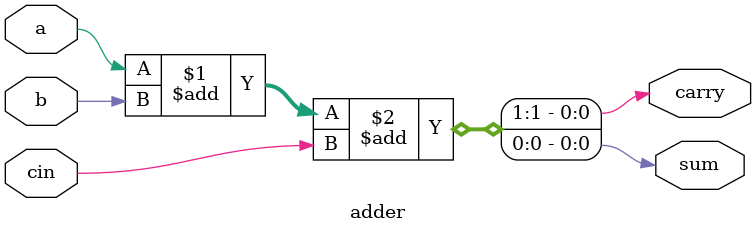
<source format=v>
module full_adder(
    input a, b, C_EN, rst,
    output s
);
    reg intermediate_carry;
    wire carry_in, carry_out;

    assign carry_in = intermediate_carry;

    // Instantiate the basic adder
    adder add (
         .a(a), .b(b), .cin(carry_in),
         .sum(s), .carry(carry_out)
    );

    // Always block to update carry on clock enable
    always @(posedge C_EN or posedge rst) begin
        if (rst)
            intermediate_carry <= 1'b0;  // Reset the carry to 0
        else if (C_EN)
            intermediate_carry <= carry_out;  // Update carry based on the current addition
    end
endmodule

module adder (
    input a,b,cin,
    output sum,carry
);

assign {carry,sum} = a+b+cin;

endmodule

</source>
